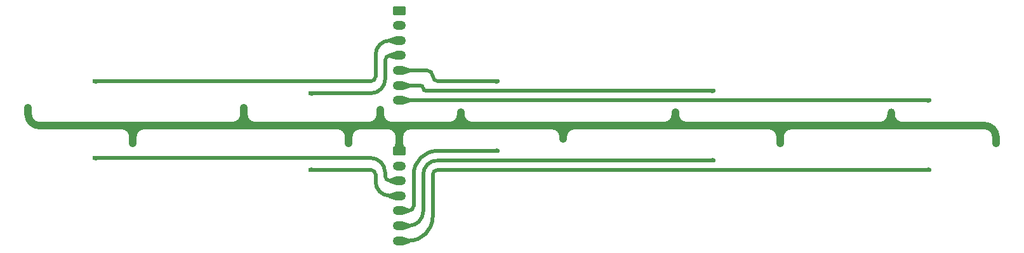
<source format=gbr>
%TF.GenerationSoftware,KiCad,Pcbnew,8.0.4*%
%TF.CreationDate,2024-07-29T20:22:53+02:00*%
%TF.ProjectId,WH148,57483134-382e-46b6-9963-61645f706362,rev?*%
%TF.SameCoordinates,Original*%
%TF.FileFunction,Copper,L1,Top*%
%TF.FilePolarity,Positive*%
%FSLAX46Y46*%
G04 Gerber Fmt 4.6, Leading zero omitted, Abs format (unit mm)*
G04 Created by KiCad (PCBNEW 8.0.4) date 2024-07-29 20:22:53*
%MOMM*%
%LPD*%
G01*
G04 APERTURE LIST*
G04 Aperture macros list*
%AMRoundRect*
0 Rectangle with rounded corners*
0 $1 Rounding radius*
0 $2 $3 $4 $5 $6 $7 $8 $9 X,Y pos of 4 corners*
0 Add a 4 corners polygon primitive as box body*
4,1,4,$2,$3,$4,$5,$6,$7,$8,$9,$2,$3,0*
0 Add four circle primitives for the rounded corners*
1,1,$1+$1,$2,$3*
1,1,$1+$1,$4,$5*
1,1,$1+$1,$6,$7*
1,1,$1+$1,$8,$9*
0 Add four rect primitives between the rounded corners*
20,1,$1+$1,$2,$3,$4,$5,0*
20,1,$1+$1,$4,$5,$6,$7,0*
20,1,$1+$1,$6,$7,$8,$9,0*
20,1,$1+$1,$8,$9,$2,$3,0*%
G04 Aperture macros list end*
%TA.AperFunction,ComponentPad*%
%ADD10RoundRect,0.250000X-0.625000X0.350000X-0.625000X-0.350000X0.625000X-0.350000X0.625000X0.350000X0*%
%TD*%
%TA.AperFunction,ComponentPad*%
%ADD11O,1.750000X1.200000*%
%TD*%
%TA.AperFunction,ViaPad*%
%ADD12C,0.600000*%
%TD*%
%TA.AperFunction,ViaPad*%
%ADD13C,1.000000*%
%TD*%
%TA.AperFunction,Conductor*%
%ADD14C,0.500000*%
%TD*%
%TA.AperFunction,Conductor*%
%ADD15C,1.000000*%
%TD*%
G04 APERTURE END LIST*
D10*
%TO.P,J2,1,Pin_1*%
%TO.N,GND*%
X135273244Y-100012500D03*
D11*
%TO.P,J2,2,Pin_2*%
%TO.N,+3.3V*%
X135273244Y-102012500D03*
%TO.P,J2,3,Pin_3*%
%TO.N,Net-(J2-Pin_3)*%
X135273244Y-104012500D03*
%TO.P,J2,4,Pin_4*%
%TO.N,Net-(J2-Pin_4)*%
X135273244Y-106012500D03*
%TO.P,J2,5,Pin_5*%
%TO.N,Net-(J2-Pin_5)*%
X135273244Y-108012500D03*
%TO.P,J2,6,Pin_6*%
%TO.N,Net-(J2-Pin_6)*%
X135273244Y-110012500D03*
%TO.P,J2,7,Pin_7*%
%TO.N,Net-(J2-Pin_7)*%
X135273244Y-112012500D03*
%TD*%
D10*
%TO.P,J1,1,Pin_1*%
%TO.N,GND*%
X135273244Y-81274100D03*
D11*
%TO.P,J1,2,Pin_2*%
%TO.N,+3.3V*%
X135273244Y-83274100D03*
%TO.P,J1,3,Pin_3*%
%TO.N,Net-(J1-Pin_3)*%
X135273244Y-85274100D03*
%TO.P,J1,4,Pin_4*%
%TO.N,Net-(J1-Pin_4)*%
X135273244Y-87274100D03*
%TO.P,J1,5,Pin_5*%
%TO.N,Net-(J1-Pin_5)*%
X135273244Y-89274100D03*
%TO.P,J1,6,Pin_6*%
%TO.N,Net-(J1-Pin_6)*%
X135273244Y-91274100D03*
%TO.P,J1,7,Pin_7*%
%TO.N,Net-(J1-Pin_7)*%
X135273244Y-93274100D03*
%TD*%
D12*
%TO.N,Net-(J1-Pin_3)*%
X94656470Y-90734100D03*
%TO.N,Net-(J1-Pin_5)*%
X148392170Y-90734100D03*
%TO.N,Net-(J1-Pin_7)*%
X205937870Y-93274100D03*
%TO.N,Net-(J1-Pin_6)*%
X177165000Y-92004100D03*
D13*
%TO.N,GND*%
X114539270Y-94306600D03*
X200857870Y-94861600D03*
X132732244Y-94544100D03*
X157124420Y-98425000D03*
X214827870Y-98980000D03*
X143470920Y-94861600D03*
X99736470Y-98980000D03*
X186055000Y-98980000D03*
X85766470Y-94306600D03*
X128518570Y-98980000D03*
X172085000Y-94861600D03*
D12*
%TO.N,Net-(J1-Pin_4)*%
X123429270Y-92321600D03*
%TO.N,Net-(J2-Pin_7)*%
X205937870Y-102552500D03*
%TO.N,Net-(J2-Pin_3)*%
X94656470Y-100965000D03*
%TO.N,Net-(J2-Pin_4)*%
X123438570Y-102552500D03*
%TO.N,Net-(J2-Pin_6)*%
X177165000Y-101282500D03*
%TO.N,Net-(J2-Pin_5)*%
X148392170Y-100012500D03*
%TD*%
D14*
%TO.N,Net-(J1-Pin_3)*%
X135273244Y-85274100D02*
X134003244Y-85274100D01*
X131463244Y-90734100D02*
X94656470Y-90734100D01*
X132098244Y-87179100D02*
X132098244Y-90099100D01*
X131463244Y-90734100D02*
G75*
G03*
X132098200Y-90099100I-44J635000D01*
G01*
X134003244Y-85274100D02*
G75*
G03*
X132098200Y-87179100I-44J-1905000D01*
G01*
%TO.N,Net-(J1-Pin_5)*%
X139717244Y-90004100D02*
X139717244Y-90004100D01*
X148392170Y-90734100D02*
X140447244Y-90734100D01*
X138987244Y-89274100D02*
X135273244Y-89274100D01*
X138987244Y-89274100D02*
G75*
G02*
X139717200Y-90004100I-44J-730000D01*
G01*
X140447244Y-90734100D02*
G75*
G02*
X139717200Y-90004100I-44J730000D01*
G01*
%TO.N,Net-(J1-Pin_7)*%
X205937870Y-93274100D02*
X135273244Y-93274100D01*
%TO.N,Net-(J1-Pin_6)*%
X177165000Y-92004100D02*
X138812244Y-92004100D01*
X138082244Y-91274100D02*
X135273244Y-91274100D01*
X138447244Y-91639100D02*
X138447244Y-91639100D01*
X138447244Y-91639100D02*
G75*
G03*
X138082244Y-91274056I-365044J0D01*
G01*
X138812244Y-92004100D02*
G75*
G02*
X138447200Y-91639100I-44J365000D01*
G01*
D15*
%TO.N,GND*%
X170585000Y-96643300D02*
X158624420Y-96643300D01*
X170585000Y-96643300D02*
X170585000Y-96643300D01*
X199357870Y-96643300D02*
X202357870Y-96643300D01*
X136773244Y-96643300D02*
X131232244Y-96643300D01*
X132732244Y-94544100D02*
X132732244Y-95143300D01*
X136773244Y-96643300D02*
X141970920Y-96643300D01*
X131232244Y-96643300D02*
X131244819Y-96655875D01*
X172085000Y-95143300D02*
X172085000Y-94861600D01*
X170585000Y-96643300D02*
X173585000Y-96643300D01*
X173585000Y-96643300D02*
X184555000Y-96643300D01*
X98236470Y-96643300D02*
X101236470Y-96643300D01*
X87266470Y-96643300D02*
X98236470Y-96643300D01*
X213327870Y-96643300D02*
X202357870Y-96643300D01*
X155624420Y-96643300D02*
X158624420Y-96643300D01*
X157124420Y-98143300D02*
X157124420Y-98425000D01*
X131244819Y-96655875D02*
X134005156Y-96655875D01*
X143470920Y-95143300D02*
X143470920Y-94861600D01*
X136773244Y-96643300D02*
X136773244Y-96643300D01*
X184555000Y-96643300D02*
X187555000Y-96643300D01*
X116048570Y-96643300D02*
X113048570Y-96643300D01*
X214827870Y-98980000D02*
X214827870Y-98143300D01*
X144970920Y-96643300D02*
X155624420Y-96643300D01*
X199357870Y-96643300D02*
X199357870Y-96643300D01*
X116039270Y-96643300D02*
X127018570Y-96643300D01*
X128518570Y-98143300D02*
X128518570Y-98980000D01*
X127018570Y-96643300D02*
X130018570Y-96643300D01*
X133773244Y-96643300D02*
X133773244Y-96643300D01*
X114539270Y-95143300D02*
X114539270Y-94306600D01*
X144970920Y-96643300D02*
X141970920Y-96643300D01*
X135273244Y-98143300D02*
X135273244Y-100012500D01*
X99736470Y-98143300D02*
X99736470Y-98980000D01*
X113039270Y-96643300D02*
X101236470Y-96643300D01*
X199357870Y-96643300D02*
X187555000Y-96643300D01*
X186055000Y-98143300D02*
X186055000Y-98980000D01*
X131232244Y-96643300D02*
X130018570Y-96643300D01*
X200857870Y-95143300D02*
X200857870Y-95143300D01*
X85766470Y-94306600D02*
X85766470Y-95143300D01*
X173585000Y-96643300D02*
X173585000Y-96643300D01*
X143470920Y-95143300D02*
G75*
G03*
X144970920Y-96643280I1499980J0D01*
G01*
X131232244Y-96643300D02*
G75*
G03*
X132732200Y-95143300I-44J1500000D01*
G01*
X186055000Y-98143300D02*
G75*
G02*
X187555000Y-96643300I1500000J0D01*
G01*
X128518570Y-98143300D02*
G75*
G02*
X130018570Y-96643270I1500030J0D01*
G01*
X157124420Y-98143300D02*
G75*
G02*
X158624420Y-96643320I1499980J0D01*
G01*
X214827870Y-98143300D02*
G75*
G03*
X213327870Y-96643330I-1499970J0D01*
G01*
X202357870Y-96643300D02*
G75*
G02*
X200857900Y-95143300I30J1500000D01*
G01*
X134005156Y-96655875D02*
G75*
G02*
X135273273Y-98143300I-235456J-1485025D01*
G01*
X136773244Y-96643300D02*
G75*
G03*
X135273200Y-98143300I-44J-1500000D01*
G01*
X170585000Y-96643300D02*
G75*
G03*
X172085000Y-95143300I0J1500000D01*
G01*
X200857870Y-95143300D02*
G75*
G02*
X199357870Y-96643270I-1499970J0D01*
G01*
X155624420Y-96643300D02*
G75*
G02*
X157124400Y-98143300I-20J-1500000D01*
G01*
X184555000Y-96643300D02*
G75*
G02*
X186055000Y-98143300I0J-1500000D01*
G01*
X143470920Y-95143300D02*
G75*
G02*
X141970920Y-96643320I-1500020J0D01*
G01*
X85766470Y-95143300D02*
G75*
G03*
X87266470Y-96643330I1500030J0D01*
G01*
X172085000Y-95143300D02*
G75*
G03*
X173585000Y-96643300I1500000J0D01*
G01*
X114539270Y-95143300D02*
G75*
G03*
X116039270Y-96643330I1500030J0D01*
G01*
X99736470Y-98143300D02*
G75*
G02*
X101236470Y-96643270I1500030J0D01*
G01*
X134232244Y-96643300D02*
G75*
G02*
X132732200Y-95143300I-44J1500000D01*
G01*
X114539270Y-95143300D02*
G75*
G02*
X113039270Y-96643270I-1499970J0D01*
G01*
X127018570Y-96643300D02*
G75*
G02*
X128518600Y-98143300I30J-1500000D01*
G01*
X99736470Y-98143300D02*
G75*
G03*
X98236470Y-96643330I-1499970J0D01*
G01*
D14*
%TO.N,Net-(J1-Pin_4)*%
X133391470Y-90416600D02*
X133391470Y-87909100D01*
X123429270Y-92321600D02*
X131486470Y-92321600D01*
X134026470Y-87274100D02*
X135273244Y-87274100D01*
X131486470Y-92321600D02*
G75*
G03*
X133391500Y-90416600I30J1905000D01*
G01*
X134026470Y-87274100D02*
G75*
G03*
X133391500Y-87909100I30J-635000D01*
G01*
%TO.N,Net-(J2-Pin_7)*%
X135273244Y-112012500D02*
X136543244Y-112012500D01*
X139718244Y-108837500D02*
X139718244Y-103187500D01*
X140353244Y-102552500D02*
X205937870Y-102552500D01*
X139718244Y-103187500D02*
G75*
G02*
X140353244Y-102552544I634956J0D01*
G01*
X139718244Y-108837500D02*
G75*
G02*
X136543244Y-112012544I-3175044J0D01*
G01*
%TO.N,Net-(J2-Pin_3)*%
X94656470Y-100965000D02*
X131463244Y-100965000D01*
X134003244Y-104012500D02*
X135273244Y-104012500D01*
X133368244Y-102870000D02*
X133368244Y-103377500D01*
X131463244Y-100965000D02*
G75*
G02*
X133368200Y-102870000I-44J-1905000D01*
G01*
X134003244Y-104012500D02*
G75*
G02*
X133368200Y-103377500I-44J635000D01*
G01*
%TO.N,Net-(J2-Pin_4)*%
X123438570Y-102552500D02*
X131463244Y-102552500D01*
X134003244Y-106012500D02*
X135273244Y-106012500D01*
X132098244Y-103187500D02*
X132098244Y-104107500D01*
X134003244Y-106012500D02*
G75*
G02*
X132098200Y-104107500I-44J1905000D01*
G01*
X132098244Y-103187500D02*
G75*
G03*
X131463244Y-102552456I-635044J0D01*
G01*
%TO.N,Net-(J2-Pin_6)*%
X177165000Y-101282500D02*
X140353244Y-101282500D01*
X136543244Y-110012500D02*
X135273244Y-110012500D01*
X138448244Y-103187500D02*
X138448244Y-108107500D01*
X140353244Y-101282500D02*
G75*
G03*
X138448200Y-103187500I-44J-1905000D01*
G01*
X138448244Y-108107500D02*
G75*
G02*
X136543244Y-110012544I-1905044J0D01*
G01*
%TO.N,Net-(J2-Pin_5)*%
X136543244Y-108012500D02*
X135273244Y-108012500D01*
X137178244Y-103187500D02*
X137178244Y-107377500D01*
X148392170Y-100012500D02*
X140353244Y-100012500D01*
X140353244Y-100012500D02*
G75*
G03*
X137178200Y-103187500I-44J-3175000D01*
G01*
X137178244Y-107377500D02*
G75*
G02*
X136543244Y-108012544I-635044J0D01*
G01*
%TD*%
%TA.AperFunction,Conductor*%
%TO.N,Net-(J1-Pin_3)*%
G36*
X134881666Y-84689081D02*
G01*
X134886137Y-84693034D01*
X135269894Y-85267472D01*
X135271640Y-85276255D01*
X135269895Y-85280468D01*
X134886223Y-85855033D01*
X134878779Y-85860011D01*
X134872634Y-85859581D01*
X133917916Y-85526007D01*
X133911236Y-85520043D01*
X133910176Y-85516494D01*
X133847129Y-85037505D01*
X133849447Y-85028856D01*
X133855053Y-85024871D01*
X134872735Y-84688424D01*
X134881666Y-84689081D01*
G37*
%TD.AperFunction*%
%TD*%
%TA.AperFunction,Conductor*%
%TO.N,Net-(J1-Pin_3)*%
G36*
X94669088Y-90435151D02*
G01*
X95245742Y-90483206D01*
X95253702Y-90487308D01*
X95256470Y-90494866D01*
X95256470Y-90973334D01*
X95253043Y-90981607D01*
X95245742Y-90984994D01*
X94669099Y-91033047D01*
X94660569Y-91030319D01*
X94656467Y-91022359D01*
X94656427Y-91021445D01*
X94655470Y-90734100D01*
X94656427Y-90446771D01*
X94659881Y-90438511D01*
X94668166Y-90435112D01*
X94669088Y-90435151D01*
G37*
%TD.AperFunction*%
%TD*%
%TA.AperFunction,Conductor*%
%TO.N,Net-(J1-Pin_5)*%
G36*
X148388070Y-90437880D02*
G01*
X148392172Y-90445840D01*
X148392212Y-90446773D01*
X148393170Y-90734100D01*
X148393170Y-90734178D01*
X148392212Y-91021426D01*
X148388758Y-91029688D01*
X148380473Y-91033087D01*
X148379540Y-91033047D01*
X147802898Y-90984994D01*
X147794938Y-90980892D01*
X147792170Y-90973334D01*
X147792170Y-90494866D01*
X147795597Y-90486593D01*
X147802898Y-90483206D01*
X148379541Y-90435152D01*
X148388070Y-90437880D01*
G37*
%TD.AperFunction*%
%TD*%
%TA.AperFunction,Conductor*%
%TO.N,Net-(J1-Pin_5)*%
G36*
X135673670Y-88688273D02*
G01*
X136728539Y-89021517D01*
X136735396Y-89027277D01*
X136736715Y-89032674D01*
X136736715Y-89515525D01*
X136733288Y-89523798D01*
X136728539Y-89526682D01*
X135673672Y-89859925D01*
X135664751Y-89859149D01*
X135660419Y-89855266D01*
X135276584Y-89280598D01*
X135274838Y-89271815D01*
X135276584Y-89267602D01*
X135660419Y-88692933D01*
X135667863Y-88687956D01*
X135673670Y-88688273D01*
G37*
%TD.AperFunction*%
%TD*%
%TA.AperFunction,Conductor*%
%TO.N,Net-(J1-Pin_7)*%
G36*
X135673670Y-92688273D02*
G01*
X136728539Y-93021517D01*
X136735396Y-93027277D01*
X136736715Y-93032674D01*
X136736715Y-93515525D01*
X136733288Y-93523798D01*
X136728539Y-93526682D01*
X135673672Y-93859925D01*
X135664751Y-93859149D01*
X135660419Y-93855266D01*
X135276584Y-93280598D01*
X135274838Y-93271815D01*
X135276584Y-93267602D01*
X135660419Y-92692933D01*
X135667863Y-92687956D01*
X135673670Y-92688273D01*
G37*
%TD.AperFunction*%
%TD*%
%TA.AperFunction,Conductor*%
%TO.N,Net-(J1-Pin_7)*%
G36*
X205933770Y-92977880D02*
G01*
X205937872Y-92985840D01*
X205937912Y-92986773D01*
X205938870Y-93274100D01*
X205938870Y-93274178D01*
X205937912Y-93561426D01*
X205934458Y-93569688D01*
X205926173Y-93573087D01*
X205925240Y-93573047D01*
X205348598Y-93524994D01*
X205340638Y-93520892D01*
X205337870Y-93513334D01*
X205337870Y-93034866D01*
X205341297Y-93026593D01*
X205348598Y-93023206D01*
X205925241Y-92975152D01*
X205933770Y-92977880D01*
G37*
%TD.AperFunction*%
%TD*%
%TA.AperFunction,Conductor*%
%TO.N,Net-(J1-Pin_6)*%
G36*
X177160900Y-91707880D02*
G01*
X177165002Y-91715840D01*
X177165042Y-91716773D01*
X177166000Y-92004100D01*
X177166000Y-92004178D01*
X177165042Y-92291426D01*
X177161588Y-92299688D01*
X177153303Y-92303087D01*
X177152370Y-92303047D01*
X176575728Y-92254994D01*
X176567768Y-92250892D01*
X176565000Y-92243334D01*
X176565000Y-91764866D01*
X176568427Y-91756593D01*
X176575728Y-91753206D01*
X177152371Y-91705152D01*
X177160900Y-91707880D01*
G37*
%TD.AperFunction*%
%TD*%
%TA.AperFunction,Conductor*%
%TO.N,Net-(J1-Pin_6)*%
G36*
X135673670Y-90688273D02*
G01*
X136728539Y-91021517D01*
X136735396Y-91027277D01*
X136736715Y-91032674D01*
X136736715Y-91515525D01*
X136733288Y-91523798D01*
X136728539Y-91526682D01*
X135673672Y-91859925D01*
X135664751Y-91859149D01*
X135660419Y-91855266D01*
X135276584Y-91280598D01*
X135274838Y-91271815D01*
X135276584Y-91267602D01*
X135660419Y-90692933D01*
X135667863Y-90687956D01*
X135673670Y-90688273D01*
G37*
%TD.AperFunction*%
%TD*%
%TA.AperFunction,Conductor*%
%TO.N,GND*%
G36*
X135771606Y-98815927D02*
G01*
X135774874Y-98822277D01*
X135872255Y-99406567D01*
X135870235Y-99415290D01*
X135868994Y-99416756D01*
X135281524Y-100005206D01*
X135273254Y-100008640D01*
X135264978Y-100005220D01*
X135264964Y-100005206D01*
X134677493Y-99416756D01*
X134674073Y-99408480D01*
X134674231Y-99406576D01*
X134771614Y-98822275D01*
X134776355Y-98814679D01*
X134783155Y-98812500D01*
X135763333Y-98812500D01*
X135771606Y-98815927D01*
G37*
%TD.AperFunction*%
%TD*%
%TA.AperFunction,Conductor*%
%TO.N,Net-(J1-Pin_4)*%
G36*
X123441888Y-92022651D02*
G01*
X124018542Y-92070706D01*
X124026502Y-92074808D01*
X124029270Y-92082366D01*
X124029270Y-92560834D01*
X124025843Y-92569107D01*
X124018542Y-92572494D01*
X123441899Y-92620547D01*
X123433369Y-92617819D01*
X123429267Y-92609859D01*
X123429227Y-92608945D01*
X123428270Y-92321600D01*
X123429227Y-92034271D01*
X123432681Y-92026011D01*
X123440966Y-92022612D01*
X123441888Y-92022651D01*
G37*
%TD.AperFunction*%
%TD*%
%TA.AperFunction,Conductor*%
%TO.N,Net-(J1-Pin_4)*%
G36*
X134881633Y-86689095D02*
G01*
X134886168Y-86693079D01*
X135269803Y-87267171D01*
X135271550Y-87275954D01*
X135269807Y-87280166D01*
X134886202Y-87855058D01*
X134878760Y-87860038D01*
X134872653Y-87859624D01*
X133928913Y-87533927D01*
X133922211Y-87527989D01*
X133922189Y-87527944D01*
X133713090Y-87093787D01*
X133712588Y-87084847D01*
X133718555Y-87078170D01*
X133719874Y-87077632D01*
X134872699Y-86688495D01*
X134881633Y-86689095D01*
G37*
%TD.AperFunction*%
%TD*%
%TA.AperFunction,Conductor*%
%TO.N,Net-(J2-Pin_7)*%
G36*
X135673760Y-111426836D02*
G01*
X136676234Y-111759486D01*
X136683007Y-111765344D01*
X136684185Y-111769368D01*
X136734671Y-112249652D01*
X136732128Y-112258238D01*
X136726595Y-112262020D01*
X135673692Y-112598290D01*
X135664768Y-112597543D01*
X135660403Y-112593644D01*
X135276589Y-112019100D01*
X135274844Y-112010319D01*
X135276587Y-112006108D01*
X135660346Y-111431443D01*
X135667790Y-111426467D01*
X135673760Y-111426836D01*
G37*
%TD.AperFunction*%
%TD*%
%TA.AperFunction,Conductor*%
%TO.N,Net-(J2-Pin_7)*%
G36*
X205933770Y-102256280D02*
G01*
X205937872Y-102264240D01*
X205937912Y-102265173D01*
X205938870Y-102552500D01*
X205938870Y-102552578D01*
X205937912Y-102839826D01*
X205934458Y-102848088D01*
X205926173Y-102851487D01*
X205925240Y-102851447D01*
X205348598Y-102803394D01*
X205340638Y-102799292D01*
X205337870Y-102791734D01*
X205337870Y-102313266D01*
X205341297Y-102304993D01*
X205348598Y-102301606D01*
X205925241Y-102253552D01*
X205933770Y-102256280D01*
G37*
%TD.AperFunction*%
%TD*%
%TA.AperFunction,Conductor*%
%TO.N,Net-(J2-Pin_3)*%
G36*
X94669088Y-100666051D02*
G01*
X95245742Y-100714106D01*
X95253702Y-100718208D01*
X95256470Y-100725766D01*
X95256470Y-101204234D01*
X95253043Y-101212507D01*
X95245742Y-101215894D01*
X94669099Y-101263947D01*
X94660569Y-101261219D01*
X94656467Y-101253259D01*
X94656427Y-101252345D01*
X94655470Y-100965000D01*
X94656427Y-100677671D01*
X94659881Y-100669411D01*
X94668166Y-100666012D01*
X94669088Y-100666051D01*
G37*
%TD.AperFunction*%
%TD*%
%TA.AperFunction,Conductor*%
%TO.N,Net-(J2-Pin_3)*%
G36*
X134881407Y-103427616D02*
G01*
X134886386Y-103431812D01*
X135269879Y-104006223D01*
X135271622Y-104015006D01*
X135269876Y-104019219D01*
X134886198Y-104593474D01*
X134878753Y-104598449D01*
X134872664Y-104598038D01*
X133886131Y-104258659D01*
X133879423Y-104252727D01*
X133878530Y-104244992D01*
X133986033Y-103773848D01*
X133991215Y-103766545D01*
X133993234Y-103765533D01*
X134872456Y-103427388D01*
X134881407Y-103427616D01*
G37*
%TD.AperFunction*%
%TD*%
%TA.AperFunction,Conductor*%
%TO.N,Net-(J2-Pin_4)*%
G36*
X123451188Y-102253551D02*
G01*
X124027842Y-102301606D01*
X124035802Y-102305708D01*
X124038570Y-102313266D01*
X124038570Y-102791734D01*
X124035143Y-102800007D01*
X124027842Y-102803394D01*
X123451199Y-102851447D01*
X123442669Y-102848719D01*
X123438567Y-102840759D01*
X123438527Y-102839845D01*
X123437570Y-102552500D01*
X123438527Y-102265171D01*
X123441981Y-102256911D01*
X123450266Y-102253512D01*
X123451188Y-102253551D01*
G37*
%TD.AperFunction*%
%TD*%
%TA.AperFunction,Conductor*%
%TO.N,Net-(J2-Pin_4)*%
G36*
X134881574Y-105427524D02*
G01*
X134886223Y-105431566D01*
X135269895Y-106006131D01*
X135271640Y-106014914D01*
X135269894Y-106019127D01*
X134886137Y-106593565D01*
X134878692Y-106598541D01*
X134872735Y-106598175D01*
X133855056Y-106261729D01*
X133848277Y-106255878D01*
X133847129Y-106249093D01*
X133910176Y-105770107D01*
X133914652Y-105762355D01*
X133917910Y-105760595D01*
X134872635Y-105427018D01*
X134881574Y-105427524D01*
G37*
%TD.AperFunction*%
%TD*%
%TA.AperFunction,Conductor*%
%TO.N,Net-(J2-Pin_6)*%
G36*
X177160900Y-100986280D02*
G01*
X177165002Y-100994240D01*
X177165042Y-100995173D01*
X177166000Y-101282500D01*
X177166000Y-101282578D01*
X177165042Y-101569826D01*
X177161588Y-101578088D01*
X177153303Y-101581487D01*
X177152370Y-101581447D01*
X176575728Y-101533394D01*
X176567768Y-101529292D01*
X176565000Y-101521734D01*
X176565000Y-101043266D01*
X176568427Y-101034993D01*
X176575728Y-101031606D01*
X177152371Y-100983552D01*
X177160900Y-100986280D01*
G37*
%TD.AperFunction*%
%TD*%
%TA.AperFunction,Conductor*%
%TO.N,Net-(J2-Pin_6)*%
G36*
X135673852Y-109427017D02*
G01*
X136628547Y-109760490D01*
X136635228Y-109766454D01*
X136636289Y-109770009D01*
X136699359Y-110248990D01*
X136697041Y-110257639D01*
X136691433Y-110261625D01*
X135673753Y-110598174D01*
X135664822Y-110597518D01*
X135660350Y-110593565D01*
X135438595Y-110261625D01*
X135276592Y-110019126D01*
X135274847Y-110010344D01*
X135276590Y-110006134D01*
X135660265Y-109431564D01*
X135667708Y-109426588D01*
X135673852Y-109427017D01*
G37*
%TD.AperFunction*%
%TD*%
%TA.AperFunction,Conductor*%
%TO.N,Net-(J2-Pin_5)*%
G36*
X135674031Y-107427386D02*
G01*
X136553188Y-107765320D01*
X136559680Y-107771486D01*
X136560392Y-107773625D01*
X136667958Y-108244766D01*
X136666458Y-108253594D01*
X136660359Y-108258433D01*
X135673824Y-108598035D01*
X135664886Y-108597487D01*
X135660288Y-108593472D01*
X135276611Y-108019219D01*
X135274864Y-108010436D01*
X135276606Y-108006226D01*
X135660102Y-107431810D01*
X135667546Y-107426833D01*
X135674031Y-107427386D01*
G37*
%TD.AperFunction*%
%TD*%
%TA.AperFunction,Conductor*%
%TO.N,Net-(J2-Pin_5)*%
G36*
X148388070Y-99716280D02*
G01*
X148392172Y-99724240D01*
X148392212Y-99725173D01*
X148393170Y-100012500D01*
X148393170Y-100012578D01*
X148392212Y-100299826D01*
X148388758Y-100308088D01*
X148380473Y-100311487D01*
X148379540Y-100311447D01*
X147802898Y-100263394D01*
X147794938Y-100259292D01*
X147792170Y-100251734D01*
X147792170Y-99773266D01*
X147795597Y-99764993D01*
X147802898Y-99761606D01*
X148379541Y-99713552D01*
X148388070Y-99716280D01*
G37*
%TD.AperFunction*%
%TD*%
M02*

</source>
